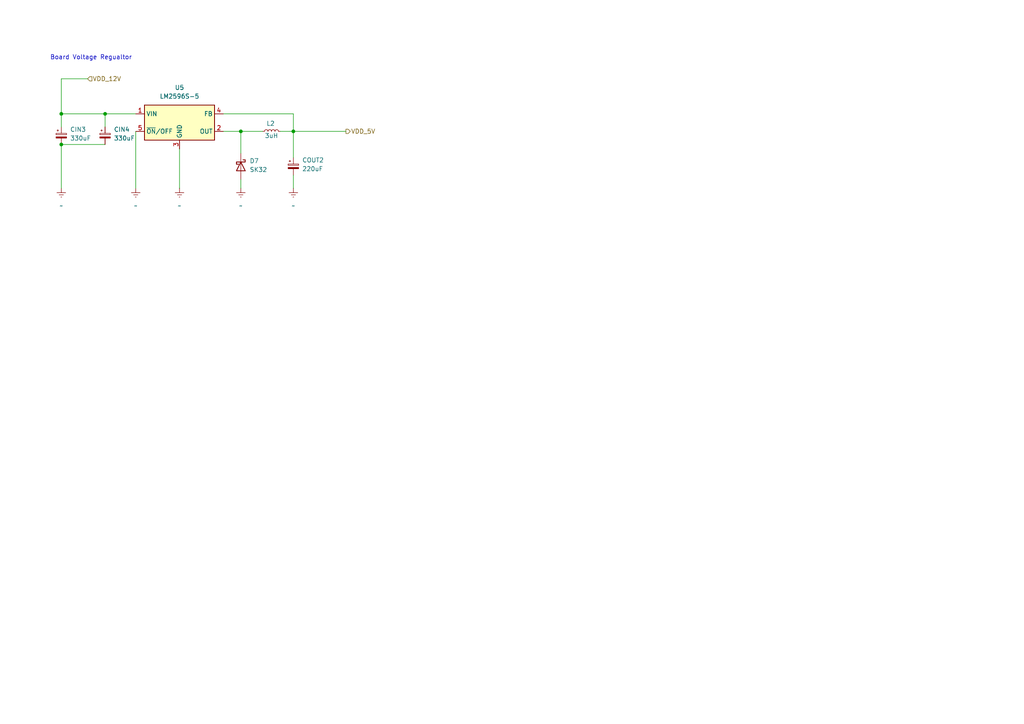
<source format=kicad_sch>
(kicad_sch (version 20231120) (generator "eeschema") (generator_version "8.0")
  (paper "A4")
  (lib_symbols
    (symbol "Device:C_Polarized_Small" (pin_numbers hide) (pin_names (offset 0.254) hide)
      (property "Reference" "C" (at 0.254 1.778 0))
      (property "Value" "C_Polarized_Small" (at 0.254 -2.032 0))
      (symbol "C_Polarized_Small_0_1"
        (rectangle (start -1.524 -0.3048) (end 1.524 -0.6858) (fill (type outline)))
        (rectangle (start -1.524 0.6858) (end 1.524 0.3048))
        (polyline (pts (xy -1.27 1.524) (xy -0.762 1.524)))
        (polyline (pts (xy -1.016 1.27) (xy -1.016 1.778)))
      )
      (symbol "C_Polarized_Small_1_1"
        (pin passive line (at 0 2.54 270) (length 1.8542) (name "~") (number "1"))
        (pin passive line (at 0 -2.54 90) (length 1.8542) (name "~") (number "2"))
      )
    )
    (symbol "Device:D_Schottky" (pin_numbers hide) (pin_names (offset 1.016) hide)
      (property "Reference" "D" (at 0 2.54 0))
      (property "Value" "D_Schottky" (at 0 -2.54 0))
      (symbol "D_Schottky_0_1"
        (polyline (pts (xy 1.27 0) (xy -1.27 0)))
        (polyline (pts (xy 1.27 1.27) (xy 1.27 -1.27) (xy -1.27 0) (xy 1.27 1.27)) (stroke (width 0.254)))
        (polyline (pts (xy -1.905 0.635) (xy -1.905 1.27) (xy -1.27 1.27) (xy -1.27 -1.27) (xy -0.635 -1.27) (xy -0.635 -0.635)) (stroke (width 0.254)))
      )
      (symbol "D_Schottky_1_1"
        (pin passive line (at -3.81 0 0) (length 2.54) (name "K") (number "1"))
        (pin passive line (at 3.81 0 180) (length 2.54) (name "A") (number "2"))
      )
    )
    (symbol "Device:L_Small" (pin_numbers hide) (pin_names (offset 0.254) hide)
      (property "Reference" "L" (at 0.762 1.016 0))
      (property "Value" "L_Small" (at 0.762 -1.016 0))
      (symbol "L_Small_0_1"
        (arc (start 0 -2.032) (mid 0.5058 -1.524) (end 0 -1.016))
        (arc (start 0 -1.016) (mid 0.5058 -0.508) (end 0 0))
        (arc (start 0 0) (mid 0.5058 0.508) (end 0 1.016))
        (arc (start 0 1.016) (mid 0.5058 1.524) (end 0 2.032))
      )
      (symbol "L_Small_1_1"
        (pin passive line (at 0 2.54 270) (length 0.508) (name "~") (number "1"))
        (pin passive line (at 0 -2.54 90) (length 0.508) (name "~") (number "2"))
      )
    )
    (symbol "Regulator_Switching:LM2596S-5"
      (property "Reference" "U" (at -10.16 6.35 0))
      (property "Value" "LM2596S-5" (at 0 6.35 0))
      (symbol "LM2596S-5_0_1"
        (rectangle (start -10.16 5.08) (end 10.16 -5.08) (stroke (width 0.254)) (fill (type background)))
      )
      (symbol "LM2596S-5_1_1"
        (pin power_in line (at -12.7 2.54 0) (length 2.54) (name "VIN") (number "1"))
        (pin output line (at 12.7 -2.54 180) (length 2.54) (name "OUT") (number "2"))
        (pin power_in line (at 0 -7.62 90) (length 2.54) (name "GND") (number "3"))
        (pin input line (at 12.7 2.54 180) (length 2.54) (name "FB") (number "4"))
        (pin input line (at -12.7 -2.54 0) (length 2.54) (name "~{ON}/OFF") (number "5"))
      )
    )
    (symbol "power:GNDREF" (power) (pin_numbers hide) (pin_names (offset 0) hide)
      (property "Value" "GNDREF" (at 0 -3.81 0))
      (symbol "GNDREF_0_1"
        (polyline (pts (xy -0.635 -1.905) (xy 0.635 -1.905)))
        (polyline (pts (xy -0.127 -2.54) (xy 0.127 -2.54)))
        (polyline (pts (xy 0 -1.27) (xy 0 0)))
        (polyline (pts (xy 1.27 -1.27) (xy -1.27 -1.27)))
      )
      (symbol "GNDREF_1_1"
        (pin power_in line (at 0 0 270) (length 0) (name "~") (number "1"))
      )
    )
  )
  (junction (at 85.09 38.1))
  (junction (at 17.78 41.91))
  (junction (at 30.48 33.02))
  (junction (at 69.85 38.1))
  (junction (at 17.78 33.02))
  (wire (pts (xy 69.85 52.07) (xy 69.85 54.61)))
  (wire (pts (xy 69.85 38.1) (xy 69.85 44.45)))
  (wire (pts (xy 17.78 22.86) (xy 25.4 22.86)))
  (wire (pts (xy 85.09 50.8) (xy 85.09 54.61)))
  (wire (pts (xy 30.48 33.02) (xy 17.78 33.02)))
  (wire (pts (xy 17.78 22.86) (xy 17.78 33.02)))
  (wire (pts (xy 39.37 33.02) (xy 30.48 33.02)))
  (wire (pts (xy 17.78 41.91) (xy 30.48 41.91)))
  (wire (pts (xy 85.09 33.02) (xy 85.09 38.1)))
  (wire (pts (xy 52.07 43.18) (xy 52.07 54.61)))
  (wire (pts (xy 69.85 38.1) (xy 76.2 38.1)))
  (wire (pts (xy 81.28 38.1) (xy 85.09 38.1)))
  (wire (pts (xy 17.78 41.91) (xy 17.78 54.61)))
  (wire (pts (xy 17.78 33.02) (xy 17.78 36.83)))
  (wire (pts (xy 64.77 33.02) (xy 85.09 33.02)))
  (wire (pts (xy 30.48 33.02) (xy 30.48 36.83)))
  (wire (pts (xy 64.77 38.1) (xy 69.85 38.1)))
  (wire (pts (xy 85.09 38.1) (xy 100.33 38.1)))
  (wire (pts (xy 39.37 38.1) (xy 39.37 54.61)))
  (wire (pts (xy 85.09 45.72) (xy 85.09 38.1)))
  (text "Board Voltage Regualtor" (at 26.416 16.764 0) (effects (font (size 1.27 1.27))))
  (hierarchical_label "VDD_5V" (shape output) (at 100.33 38.1 0))
  (hierarchical_label "VDD_12V" (shape input) (at 25.4 22.86 0))
  (symbol (lib_id "Device:C_Polarized_Small") (at 30.48 39.37 0) (unit 1)
    (property "Reference" "CIN4" (at 33.02 37.5538 0) (effects (justify left)))
    (property "Value" "330uF" (at 33.02 40.0938 0) (effects (justify left)))
    (property "Footprint" "Capacitor_Tantalum_SMD:CP_EIA-7360-38_Kemet-E" (effects (hide yes)))
    (property "Description" "Polarized capacitor, small symbol" (effects (hide yes)))
  )
  (symbol (lib_id "Regulator_Switching:LM2596S-5") (at 52.07 35.56 0) (unit 1)
    (property "Reference" "U5" (at 52.07 25.4 0))
    (property "Value" "LM2596S-5" (at 52.07 27.94 0))
    (property "Footprint" "Package_TO_SOT_SMD:TO-263-5_TabPin3" (effects (hide yes)))
    (property "Datasheet" "http://www.ti.com/lit/ds/symlink/lm2596.pdf" (effects (hide yes)))
    (property "Description" "5V 3A Step-Down Voltage Regulator, TO-263" (effects (hide yes)))
  )
  (symbol (lib_id "power:GNDREF") (at 52.07 54.61 0) (unit 1)
    (property "Reference" "#PWR025" (effects (hide yes)))
    (property "Value" "~" (at 52.07 59.69 0))
    (property "Description" "Power symbol creates a global label with name \"GNDREF\" , reference supply ground" (effects (hide yes)))
  )
  (symbol (lib_id "power:GNDREF") (at 85.09 54.61 0) (unit 1)
    (property "Reference" "#PWR027" (effects (hide yes)))
    (property "Value" "~" (at 85.09 59.69 0))
    (property "Description" "Power symbol creates a global label with name \"GNDREF\" , reference supply ground" (effects (hide yes)))
  )
  (symbol (lib_id "power:GNDREF") (at 17.78 54.61 0) (unit 1)
    (property "Reference" "#PWR023" (effects (hide yes)))
    (property "Value" "~" (at 17.78 59.69 0))
    (property "Description" "Power symbol creates a global label with name \"GNDREF\" , reference supply ground" (effects (hide yes)))
  )
  (symbol (lib_id "power:GNDREF") (at 39.37 54.61 0) (unit 1)
    (property "Reference" "#PWR024" (effects (hide yes)))
    (property "Value" "~" (at 39.37 59.69 0))
    (property "Description" "Power symbol creates a global label with name \"GNDREF\" , reference supply ground" (effects (hide yes)))
  )
  (symbol (lib_id "Device:C_Polarized_Small") (at 17.78 39.37 0) (unit 1)
    (property "Reference" "CIN3" (at 20.32 37.5538 0) (effects (justify left)))
    (property "Value" "330uF" (at 20.32 40.0938 0) (effects (justify left)))
    (property "Footprint" "Capacitor_Tantalum_SMD:CP_EIA-7360-38_Kemet-E" (effects (hide yes)))
    (property "Description" "Polarized capacitor, small symbol" (effects (hide yes)))
  )
  (symbol (lib_id "Device:L_Small") (at 78.74 38.1 90) (unit 1)
    (property "Reference" "L2" (at 78.486 35.814 90))
    (property "Value" "3uH" (at 78.74 39.37 90))
    (property "Footprint" "Inductor_SMD:L_Coilcraft_XAL7070-XXX" (effects (hide yes)))
    (property "Description" "Inductor, small symbol" (effects (hide yes)))
  )
  (symbol (lib_id "power:GNDREF") (at 69.85 54.61 0) (unit 1)
    (property "Reference" "#PWR026" (effects (hide yes)))
    (property "Value" "~" (at 69.85 59.69 0))
    (property "Description" "Power symbol creates a global label with name \"GNDREF\" , reference supply ground" (effects (hide yes)))
  )
  (symbol (lib_id "Device:C_Polarized_Small") (at 85.09 48.26 0) (unit 1)
    (property "Reference" "COUT2" (at 87.63 46.4438 0) (effects (justify left)))
    (property "Value" "220uF" (at 87.63 48.9838 0) (effects (justify left)))
    (property "Footprint" "Capacitor_Tantalum_SMD:CP_EIA-3216-18_Kemet-A" (effects (hide yes)))
    (property "Description" "Polarized capacitor, small symbol" (effects (hide yes)))
  )
  (symbol (lib_id "Device:D_Schottky") (at 69.85 48.26 270) (unit 1)
    (property "Reference" "D7" (at 72.39 46.6724 90) (effects (justify left)))
    (property "Value" "SK32" (at 72.39 49.2124 90) (effects (justify left)))
    (property "Footprint" "Diode_SMD:D_SMA" (effects (hide yes)))
    (property "Description" "Schottky diode" (effects (hide yes)))
  )
)
</source>
